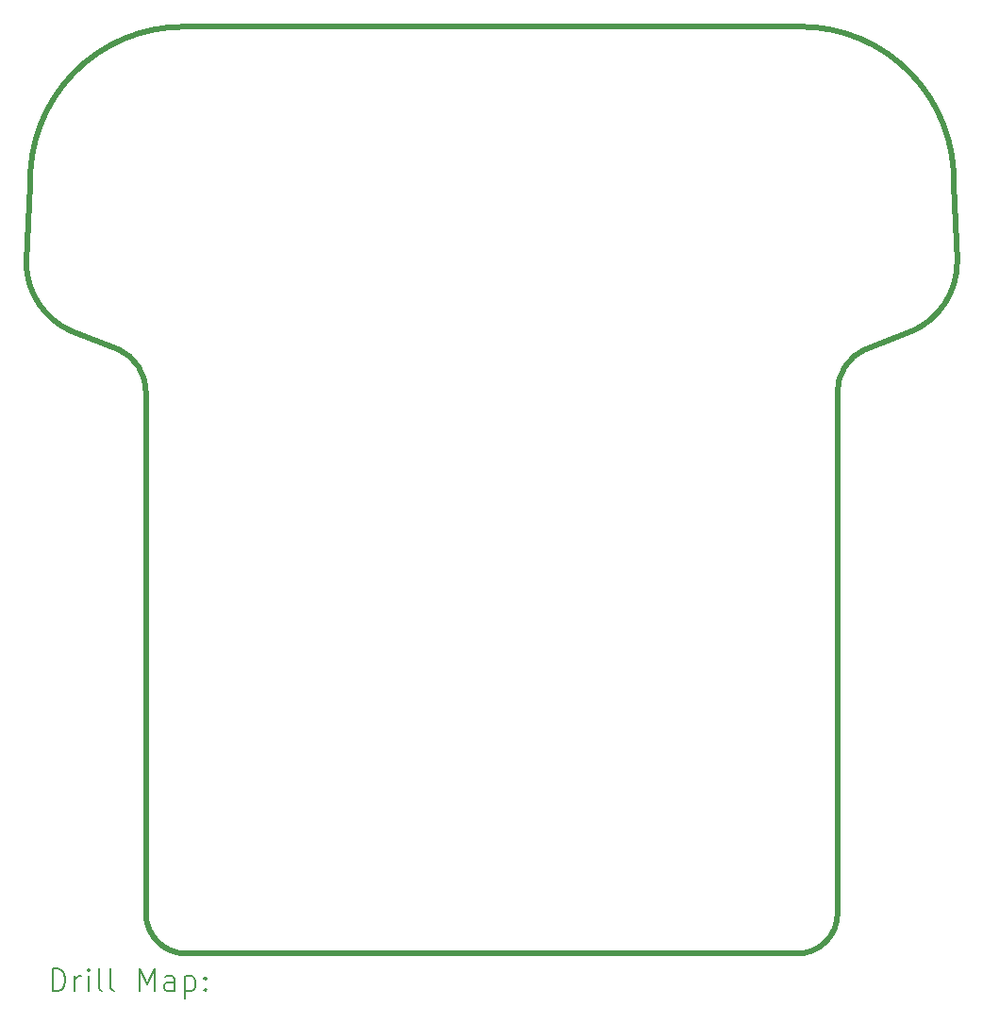
<source format=gbr>
%TF.GenerationSoftware,KiCad,Pcbnew,7.0.5*%
%TF.CreationDate,2023-06-03T10:53:26+02:00*%
%TF.ProjectId,electronix,656c6563-7472-46f6-9e69-782e6b696361,rev?*%
%TF.SameCoordinates,Original*%
%TF.FileFunction,Drillmap*%
%TF.FilePolarity,Positive*%
%FSLAX45Y45*%
G04 Gerber Fmt 4.5, Leading zero omitted, Abs format (unit mm)*
G04 Created by KiCad (PCBNEW 7.0.5) date 2023-06-03 10:53:26*
%MOMM*%
%LPD*%
G01*
G04 APERTURE LIST*
%ADD10C,0.500000*%
%ADD11C,0.200000*%
G04 APERTURE END LIST*
D10*
X16870373Y-8943938D02*
X16460000Y-9100000D01*
X16203794Y-9505765D02*
X16205442Y-14165442D01*
X17248399Y-7631711D02*
G75*
G03*
X15868769Y-6210000I-1374279J46651D01*
G01*
X15845442Y-14525442D02*
X10358558Y-14525442D01*
X8924000Y-8320000D02*
G75*
G03*
X9333627Y-8943938I680000J0D01*
G01*
X17248400Y-7631711D02*
X17280000Y-8320000D01*
X15845442Y-14525442D02*
G75*
G03*
X16205442Y-14165442I-2J360002D01*
G01*
X9333627Y-8943938D02*
X9744000Y-9100000D01*
X15868769Y-6210000D02*
X10334181Y-6210890D01*
X10334181Y-6210890D02*
G75*
G03*
X8960801Y-7631681I0J-1374172D01*
G01*
X8960800Y-7631681D02*
X8924000Y-8320000D01*
X10000206Y-9505765D02*
X9998558Y-14165442D01*
X16459998Y-9099996D02*
G75*
G03*
X16203794Y-9505765I172022J-392384D01*
G01*
X9998558Y-14165442D02*
G75*
G03*
X10358558Y-14525442I360002J2D01*
G01*
X10000202Y-9505765D02*
G75*
G03*
X9744000Y-9100000I-428222J13385D01*
G01*
X16870373Y-8943938D02*
G75*
G03*
X17280000Y-8320000I-270373J623938D01*
G01*
D11*
X9159777Y-14861925D02*
X9159777Y-14661925D01*
X9159777Y-14661925D02*
X9207396Y-14661925D01*
X9207396Y-14661925D02*
X9235967Y-14671449D01*
X9235967Y-14671449D02*
X9255015Y-14690497D01*
X9255015Y-14690497D02*
X9264539Y-14709544D01*
X9264539Y-14709544D02*
X9274063Y-14747640D01*
X9274063Y-14747640D02*
X9274063Y-14776211D01*
X9274063Y-14776211D02*
X9264539Y-14814306D01*
X9264539Y-14814306D02*
X9255015Y-14833354D01*
X9255015Y-14833354D02*
X9235967Y-14852402D01*
X9235967Y-14852402D02*
X9207396Y-14861925D01*
X9207396Y-14861925D02*
X9159777Y-14861925D01*
X9359777Y-14861925D02*
X9359777Y-14728592D01*
X9359777Y-14766687D02*
X9369301Y-14747640D01*
X9369301Y-14747640D02*
X9378824Y-14738116D01*
X9378824Y-14738116D02*
X9397872Y-14728592D01*
X9397872Y-14728592D02*
X9416920Y-14728592D01*
X9483586Y-14861925D02*
X9483586Y-14728592D01*
X9483586Y-14661925D02*
X9474063Y-14671449D01*
X9474063Y-14671449D02*
X9483586Y-14680973D01*
X9483586Y-14680973D02*
X9493110Y-14671449D01*
X9493110Y-14671449D02*
X9483586Y-14661925D01*
X9483586Y-14661925D02*
X9483586Y-14680973D01*
X9607396Y-14861925D02*
X9588348Y-14852402D01*
X9588348Y-14852402D02*
X9578824Y-14833354D01*
X9578824Y-14833354D02*
X9578824Y-14661925D01*
X9712158Y-14861925D02*
X9693110Y-14852402D01*
X9693110Y-14852402D02*
X9683586Y-14833354D01*
X9683586Y-14833354D02*
X9683586Y-14661925D01*
X9940729Y-14861925D02*
X9940729Y-14661925D01*
X9940729Y-14661925D02*
X10007396Y-14804782D01*
X10007396Y-14804782D02*
X10074063Y-14661925D01*
X10074063Y-14661925D02*
X10074063Y-14861925D01*
X10255015Y-14861925D02*
X10255015Y-14757163D01*
X10255015Y-14757163D02*
X10245491Y-14738116D01*
X10245491Y-14738116D02*
X10226444Y-14728592D01*
X10226444Y-14728592D02*
X10188348Y-14728592D01*
X10188348Y-14728592D02*
X10169301Y-14738116D01*
X10255015Y-14852402D02*
X10235967Y-14861925D01*
X10235967Y-14861925D02*
X10188348Y-14861925D01*
X10188348Y-14861925D02*
X10169301Y-14852402D01*
X10169301Y-14852402D02*
X10159777Y-14833354D01*
X10159777Y-14833354D02*
X10159777Y-14814306D01*
X10159777Y-14814306D02*
X10169301Y-14795259D01*
X10169301Y-14795259D02*
X10188348Y-14785735D01*
X10188348Y-14785735D02*
X10235967Y-14785735D01*
X10235967Y-14785735D02*
X10255015Y-14776211D01*
X10350253Y-14728592D02*
X10350253Y-14928592D01*
X10350253Y-14738116D02*
X10369301Y-14728592D01*
X10369301Y-14728592D02*
X10407396Y-14728592D01*
X10407396Y-14728592D02*
X10426444Y-14738116D01*
X10426444Y-14738116D02*
X10435967Y-14747640D01*
X10435967Y-14747640D02*
X10445491Y-14766687D01*
X10445491Y-14766687D02*
X10445491Y-14823830D01*
X10445491Y-14823830D02*
X10435967Y-14842878D01*
X10435967Y-14842878D02*
X10426444Y-14852402D01*
X10426444Y-14852402D02*
X10407396Y-14861925D01*
X10407396Y-14861925D02*
X10369301Y-14861925D01*
X10369301Y-14861925D02*
X10350253Y-14852402D01*
X10531205Y-14842878D02*
X10540729Y-14852402D01*
X10540729Y-14852402D02*
X10531205Y-14861925D01*
X10531205Y-14861925D02*
X10521682Y-14852402D01*
X10521682Y-14852402D02*
X10531205Y-14842878D01*
X10531205Y-14842878D02*
X10531205Y-14861925D01*
X10531205Y-14738116D02*
X10540729Y-14747640D01*
X10540729Y-14747640D02*
X10531205Y-14757163D01*
X10531205Y-14757163D02*
X10521682Y-14747640D01*
X10521682Y-14747640D02*
X10531205Y-14738116D01*
X10531205Y-14738116D02*
X10531205Y-14757163D01*
M02*

</source>
